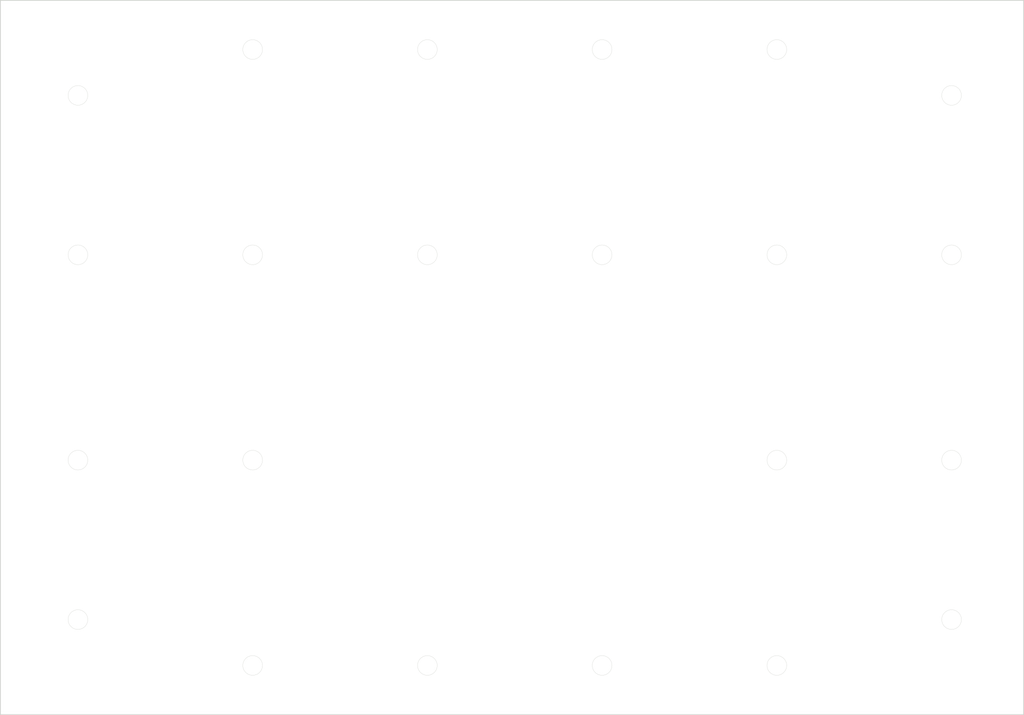
<source format=kicad_pcb>
(kicad_pcb (version 20171130) (host pcbnew 5.1.10)

  (general
    (thickness 1.6)
    (drawings 26)
    (tracks 0)
    (zones 0)
    (modules 0)
    (nets 1)
  )

  (page A4)
  (layers
    (0 F.Cu signal)
    (31 B.Cu signal)
    (32 B.Adhes user)
    (33 F.Adhes user)
    (34 B.Paste user)
    (35 F.Paste user)
    (36 B.SilkS user)
    (37 F.SilkS user)
    (38 B.Mask user)
    (39 F.Mask user)
    (40 Dwgs.User user)
    (41 Cmts.User user)
    (42 Eco1.User user)
    (43 Eco2.User user)
    (44 Edge.Cuts user)
    (45 Margin user)
    (46 B.CrtYd user)
    (47 F.CrtYd user)
    (48 B.Fab user)
    (49 F.Fab user)
  )

  (setup
    (last_trace_width 0.25)
    (trace_clearance 0.2)
    (zone_clearance 0.508)
    (zone_45_only no)
    (trace_min 0.2)
    (via_size 0.8)
    (via_drill 0.4)
    (via_min_size 0.4)
    (via_min_drill 0.3)
    (uvia_size 0.3)
    (uvia_drill 0.1)
    (uvias_allowed no)
    (uvia_min_size 0.2)
    (uvia_min_drill 0.1)
    (edge_width 0.05)
    (segment_width 0.2)
    (pcb_text_width 0.3)
    (pcb_text_size 1.5 1.5)
    (mod_edge_width 0.12)
    (mod_text_size 1 1)
    (mod_text_width 0.15)
    (pad_size 1.524 1.524)
    (pad_drill 0.762)
    (pad_to_mask_clearance 0)
    (aux_axis_origin 0 0)
    (visible_elements FFFFFF7F)
    (pcbplotparams
      (layerselection 0x010fc_ffffffff)
      (usegerberextensions false)
      (usegerberattributes true)
      (usegerberadvancedattributes true)
      (creategerberjobfile true)
      (excludeedgelayer true)
      (linewidth 0.100000)
      (plotframeref false)
      (viasonmask false)
      (mode 1)
      (useauxorigin false)
      (hpglpennumber 1)
      (hpglpenspeed 20)
      (hpglpendiameter 15.000000)
      (psnegative false)
      (psa4output false)
      (plotreference true)
      (plotvalue true)
      (plotinvisibletext false)
      (padsonsilk false)
      (subtractmaskfromsilk false)
      (outputformat 1)
      (mirror false)
      (drillshape 1)
      (scaleselection 1)
      (outputdirectory ""))
  )

  (net 0 "")

  (net_class Default "This is the default net class."
    (clearance 0.2)
    (trace_width 0.25)
    (via_dia 0.8)
    (via_drill 0.4)
    (uvia_dia 0.3)
    (uvia_drill 0.1)
  )

  (gr_line (start 255.27 154.305) (end 56.938333 154.305) (layer Edge.Cuts) (width 0.15) (tstamp 60C68CB3))
  (gr_line (start 255.27 15.875) (end 255.27 154.305) (layer Edge.Cuts) (width 0.15) (tstamp 60C68CAA))
  (gr_line (start 56.938333 15.875) (end 255.27 15.875) (layer Edge.Cuts) (width 0.15) (tstamp 60C68CCE))
  (gr_line (start 56.938333 154.305) (end 56.938333 15.875) (layer Edge.Cuts) (width 0.15) (tstamp 60C68CA1))
  (gr_circle (center 71.966667 34.29) (end 71.966667 32.385) (layer Edge.Cuts) (width 0.05) (tstamp 60C68C98))
  (gr_circle (center 71.966667 65.193333) (end 71.966667 63.288333) (layer Edge.Cuts) (width 0.05) (tstamp 60C68CBF))
  (gr_circle (center 71.966667 104.986667) (end 71.966667 103.081667) (layer Edge.Cuts) (width 0.05) (tstamp 60C68CCB))
  (gr_circle (center 71.966667 135.89) (end 71.966667 133.985) (layer Edge.Cuts) (width 0.05) (tstamp 60C68C83))
  (gr_circle (center 105.833333 144.78) (end 105.833333 142.875) (layer Edge.Cuts) (width 0.05) (tstamp 60C68CA4))
  (gr_circle (center 105.833333 104.986667) (end 105.833333 103.081667) (layer Edge.Cuts) (width 0.05) (tstamp 60C68C9B))
  (gr_circle (center 105.833333 65.193333) (end 105.833333 63.288333) (layer Edge.Cuts) (width 0.05) (tstamp 60C68C92))
  (gr_circle (center 105.833333 25.4) (end 105.833333 23.495) (layer Edge.Cuts) (width 0.05) (tstamp 60C68CAD))
  (gr_circle (center 241.3 65.193333) (end 241.3 63.288333) (layer Edge.Cuts) (width 0.05) (tstamp 60C68C89))
  (gr_circle (center 241.3 104.986667) (end 241.3 103.081667) (layer Edge.Cuts) (width 0.05) (tstamp 60C68C95))
  (gr_circle (center 207.433333 25.4) (end 207.433333 23.495) (layer Edge.Cuts) (width 0.05) (tstamp 60C68CB6))
  (gr_circle (center 207.433333 65.193333) (end 207.433333 63.288333) (layer Edge.Cuts) (width 0.05) (tstamp 60C68C8F))
  (gr_circle (center 207.433333 104.986667) (end 207.433333 103.081667) (layer Edge.Cuts) (width 0.05) (tstamp 60C68CC5))
  (gr_circle (center 173.566667 25.4) (end 173.566667 23.495) (layer Edge.Cuts) (width 0.05) (tstamp 60C68C8C))
  (gr_circle (center 173.566667 65.193333) (end 173.566667 63.288333) (layer Edge.Cuts) (width 0.05) (tstamp 60C68C86))
  (gr_circle (center 207.433333 144.78) (end 207.433333 142.875) (layer Edge.Cuts) (width 0.05) (tstamp 60C68CB9))
  (gr_circle (center 173.566667 144.78) (end 173.566667 142.875) (layer Edge.Cuts) (width 0.05) (tstamp 60C68CC2))
  (gr_circle (center 139.7 65.193333) (end 139.7 63.288333) (layer Edge.Cuts) (width 0.05) (tstamp 60C68CA7))
  (gr_circle (center 241.3 34.29) (end 241.3 32.385) (layer Edge.Cuts) (width 0.05) (tstamp 60C68CC8))
  (gr_circle (center 139.7 25.4) (end 139.7 23.495) (layer Edge.Cuts) (width 0.05) (tstamp 60C68CBC))
  (gr_circle (center 241.3 135.89) (end 241.3 133.985) (layer Edge.Cuts) (width 0.05) (tstamp 60C68C9E))
  (gr_circle (center 139.7 144.78) (end 139.7 142.875) (layer Edge.Cuts) (width 0.05) (tstamp 60C68CB0))

)

</source>
